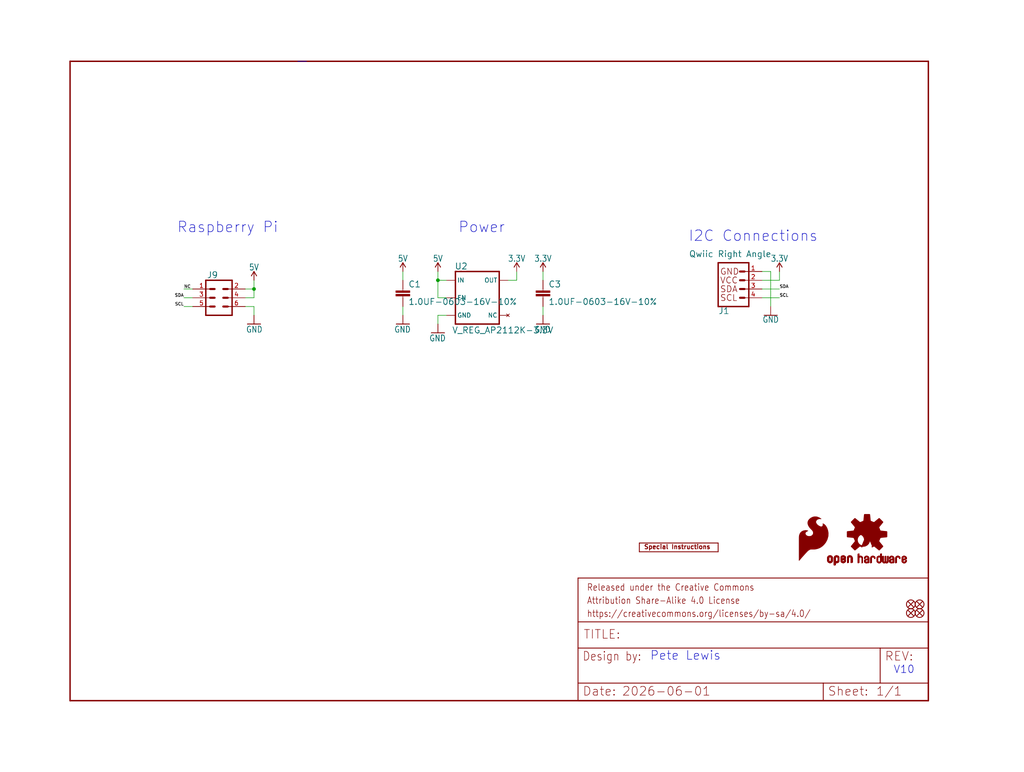
<source format=kicad_sch>
(kicad_sch (version 20230121) (generator eeschema)
  (paper "User" 297.002 223.926)
  (lib_symbols
    (symbol "working-eagle-import:1.0UF-0603-16V-10%"
      (property "Reference" "C" (at 1.524 2.921 0))
      (symbol "1.0UF-0603-16V-10%_1_0"
        (pin passive line (at 0 5.08 270) (length 2.54) (name "1") (number "1"))
        (pin passive line (at 0 -2.54 90) (length 2.54) (name "2") (number "2"))
      )
    )
    (symbol "working-eagle-import:3.3V" (power)
      (property "Value" "3.3V" (at 0 2.794 0))
      (symbol "3.3V_1_0"
        (pin power_in line (at 0 0 90) (length 2.54) (name "3.3V") (number "1"))
      )
    )
    (symbol "working-eagle-import:5V" (power)
      (property "Value" "5V" (at 0 2.794 0))
      (symbol "5V_1_0"
        (pin power_in line (at 0 0 90) (length 2.54) (name "5V") (number "1"))
      )
    )
    (symbol "working-eagle-import:FIDUCIALUFIDUCIAL")
    (symbol "working-eagle-import:FRAME-LETTER"
      (symbol "FRAME-LETTER_2_0"
        (text "${#}/${##}" (at 86.36 1.27 0) (effects (font (size 2.54 2.54)) (justify left bottom)))
        (text "${CURRENT_DATE}" (at 12.7 1.27 0) (effects (font (size 2.54 2.54)) (justify left bottom)))
        (text "${PROJECTNAME}" (at 15.494 17.78 0) (effects (font (size 2.7432 2.7432)) (justify left bottom)))
        (text "Attribution Share-Alike 4.0 License" (at 2.54 27.94 0) (effects (font (size 1.9304 1.6408)) (justify left bottom)))
        (text "Date:" (at 1.27 1.27 0) (effects (font (size 2.54 2.54)) (justify left bottom)))
        (text "Design by:" (at 1.27 11.43 0) (effects (font (size 2.54 2.159)) (justify left bottom)))
        (text "https://creativecommons.org/licenses/by-sa/4.0/" (at 2.54 24.13 0) (effects (font (size 1.9304 1.6408)) (justify left bottom)))
        (text "Released under the Creative Commons" (at 2.54 31.75 0) (effects (font (size 1.9304 1.6408)) (justify left bottom)))
        (text "REV:" (at 88.9 11.43 0) (effects (font (size 2.54 2.54)) (justify left bottom)))
        (text "Sheet:" (at 72.39 1.27 0) (effects (font (size 2.54 2.54)) (justify left bottom)))
        (text "TITLE:" (at 1.524 17.78 0) (effects (font (size 2.54 2.54)) (justify left bottom)))
      )
    )
    (symbol "working-eagle-import:GND" (power)
      (property "Value" "GND" (at -2.54 -2.54 0))
      (symbol "GND_1_0"
        (pin power_in line (at 0 2.54 270) (length 2.54) (name "GND") (number "1"))
      )
    )
    (symbol "working-eagle-import:I2C_STANDARDQWIIC"
      (property "Reference" "J" (at -5.08 7.874 0))
      (symbol "I2C_STANDARDQWIIC_1_0"
        (text "GND" (at -4.572 -2.54 0) (effects (font (size 1.778 1.778)) (justify left)))
        (text "SCL" (at -4.572 5.08 0) (effects (font (size 1.778 1.778)) (justify left)))
        (text "SDA" (at -4.572 2.54 0) (effects (font (size 1.778 1.778)) (justify left)))
        (text "VCC" (at -4.572 0 0) (effects (font (size 1.778 1.778)) (justify left)))
        (pin power_in line (at 7.62 -2.54 180) (length 5.08) (name "1") (number "1"))
        (pin power_in line (at 7.62 0 180) (length 5.08) (name "2") (number "2"))
        (pin passive line (at 7.62 2.54 180) (length 5.08) (name "3") (number "3"))
        (pin passive line (at 7.62 5.08 180) (length 5.08) (name "4") (number "4"))
      )
    )
    (symbol "working-eagle-import:OSHW-LOGOMINI")
    (symbol "working-eagle-import:SFE_LOGO_FLAME.1_INCH")
    (symbol "working-eagle-import:SPARKFUN-CONNECTORS_CONN_03X2SINGLE_SLOT-4MILS"
      (property "Reference" "J" (at -3.556 5.588 0))
      (symbol "SPARKFUN-CONNECTORS_CONN_03X2SINGLE_SLOT-4MILS_1_0"
        (pin bidirectional line (at -7.62 2.54 0) (length 5.08) (name "1") (number "1"))
        (pin bidirectional line (at 7.62 2.54 180) (length 5.08) (name "2") (number "2"))
        (pin bidirectional line (at -7.62 0 0) (length 5.08) (name "3") (number "3"))
        (pin bidirectional line (at 7.62 0 180) (length 5.08) (name "4") (number "4"))
        (pin bidirectional line (at -7.62 -2.54 0) (length 5.08) (name "5") (number "5"))
        (pin bidirectional line (at 7.62 -2.54 180) (length 5.08) (name "6") (number "6"))
      )
    )
    (symbol "working-eagle-import:SPECIAL_INSTRUCTIONS-ORDERING"
      (symbol "SPECIAL_INSTRUCTIONS-ORDERING_1_0"
        (text "Special Instructions" (at 1.27 0.6985 0) (effects (font (size 1.27 1.27) (thickness 0.254) bold) (justify left bottom)))
      )
    )
    (symbol "working-eagle-import:SparkFun-PowerSymbols_GND" (power)
      (property "Value" "SparkFun-PowerSymbols_GND" (at 0 -0.254 0))
      (symbol "SparkFun-PowerSymbols_GND_1_0"
        (pin power_in line (at 0 2.54 270) (length 2.54) (name "GND") (number "1"))
      )
    )
    (symbol "working-eagle-import:V_REG_AP2112K-3.3V"
      (property "Reference" "U" (at -7.62 7.874 0))
      (symbol "V_REG_AP2112K-3.3V_1_0"
        (pin input line (at -10.16 5.08 0) (length 2.54) (name "IN") (number "1"))
        (pin input line (at -10.16 -5.08 0) (length 2.54) (name "GND") (number "2"))
        (pin input line (at -10.16 0 0) (length 2.54) (name "EN") (number "3"))
        (pin no_connect line (at 7.62 -5.08 180) (length 2.54) (name "NC") (number "4"))
        (pin passive line (at 7.62 5.08 180) (length 2.54) (name "OUT") (number "5"))
      )
    )
  )
  (junction (at 73.66 83.82))
  (junction (at 127 81.28))
  (wire (pts (xy 127 86.36) (xy 127 81.28)) (stroke (width 0.1524)))
  (wire (pts (xy 220.98 86.36) (xy 226.06 86.36)) (stroke (width 0.1524)))
  (wire (pts (xy 71.12 88.9) (xy 73.66 88.9)) (stroke (width 0.1524)))
  (wire (pts (xy 116.84 91.44) (xy 116.84 88.9)) (stroke (width 0.1524)))
  (wire (pts (xy 157.48 88.9) (xy 157.48 91.44)) (stroke (width 0.1524)))
  (wire (pts (xy 73.66 86.36) (xy 73.66 83.82)) (stroke (width 0.1524)))
  (wire (pts (xy 55.88 83.82) (xy 53.34 83.82)) (stroke (width 0.1524)))
  (wire (pts (xy 55.88 86.36) (xy 53.34 86.36)) (stroke (width 0.1524)))
  (wire (pts (xy 220.98 81.28) (xy 226.06 81.28)) (stroke (width 0.1524)))
  (wire (pts (xy 220.98 78.74) (xy 223.52 78.74)) (stroke (width 0.1524)))
  (wire (pts (xy 71.12 86.36) (xy 73.66 86.36)) (stroke (width 0.1524)))
  (polyline (pts (xy 88.9 17.78) (xy 86.36 17.78)) (stroke (width 0.1524) (type solid)))
  (wire (pts (xy 127 81.28) (xy 127 78.74)) (stroke (width 0.1524)))
  (wire (pts (xy 55.88 88.9) (xy 53.34 88.9)) (stroke (width 0.1524)))
  (wire (pts (xy 157.48 81.28) (xy 157.48 78.74)) (stroke (width 0.1524)))
  (wire (pts (xy 223.52 78.74) (xy 223.52 88.9)) (stroke (width 0.1524)))
  (wire (pts (xy 73.66 88.9) (xy 73.66 91.44)) (stroke (width 0.1524)))
  (wire (pts (xy 129.54 86.36) (xy 127 86.36)) (stroke (width 0.1524)))
  (wire (pts (xy 129.54 91.44) (xy 127 91.44)) (stroke (width 0.1524)))
  (wire (pts (xy 73.66 83.82) (xy 73.66 81.28)) (stroke (width 0.1524)))
  (wire (pts (xy 127 91.44) (xy 127 93.98)) (stroke (width 0.1524)))
  (wire (pts (xy 116.84 81.28) (xy 116.84 78.74)) (stroke (width 0.1524)))
  (wire (pts (xy 149.86 81.28) (xy 149.86 78.74)) (stroke (width 0.1524)))
  (wire (pts (xy 71.12 83.82) (xy 73.66 83.82)) (stroke (width 0.1524)))
  (wire (pts (xy 147.32 81.28) (xy 149.86 81.28)) (stroke (width 0.1524)))
  (wire (pts (xy 220.98 83.82) (xy 226.06 83.82)) (stroke (width 0.1524)))
  (wire (pts (xy 129.54 81.28) (xy 127 81.28)) (stroke (width 0.1524)))
  (wire (pts (xy 226.06 81.28) (xy 226.06 78.74)) (stroke (width 0.1524)))
  (text "Pete Lewis" (at 188.468 191.77 0) (effects (font (size 2.54 2.54)) (justify left bottom)))
  (text "Raspberry Pi" (at 66.04 66.04 0) (effects (font (size 3.048 3.048))))
  (text "V10" (at 259.08 195.58 0) (effects (font (size 2.1844 2.1844)) (justify left bottom)))
  (text "Power" (at 139.7 66.04 0) (effects (font (size 3.048 3.048))))
  (text "I2C Connections" (at 218.44 68.58 0) (effects (font (size 3.048 3.048))))
  (label "SCL" (at 53.34 88.9 180) (effects (font (size 0.889 0.889))))
  (label "SCL" (at 226.06 86.36 0) (effects (font (size 0.889 0.889))))
  (label "NC" (at 53.34 83.82 0) (effects (font (size 0.889 0.889))))
  (label "SDA" (at 53.34 86.36 180) (effects (font (size 0.889 0.889))))
  (label "SDA" (at 226.06 83.82 0) (effects (font (size 0.889 0.889))))
  (symbol (lib_id "working-eagle-import:SparkFun-PowerSymbols_GND") (at 223.52 91.44 0) (unit 1)
    (property "Reference" "#GND2" (effects hide))
    (property "Value" "GND" (at 223.52 91.694 0) (effects (font (size 1.778 1.5113)) (justify top)))
  )
  (symbol (lib_id "working-eagle-import:SFE_LOGO_FLAME.1_INCH") (at 231.394 163.068 0) (unit 1)
    (property "Reference" "U$1" (effects hide))
    (property "Value" "SFE_LOGO_FLAME.1_INCH" (effects hide))
    (property "Footprint" "working:SFE_LOGO_FLAME_.1" (effects hide))
  )
  (symbol (lib_id "working-eagle-import:V_REG_AP2112K-3.3V") (at 139.7 86.36 0) (unit 1)
    (property "Reference" "U2" (at 131.826 78.232 0) (effects (font (size 1.778 1.778)) (justify left bottom)))
    (property "Value" "V_REG_AP2112K-3.3V" (at 131.064 96.774 0) (effects (font (size 1.778 1.778)) (justify left bottom)))
    (property "Footprint" "working:SOT23-5" (effects hide))
  )
  (symbol (lib_id "working-eagle-import:SPECIAL_INSTRUCTIONS-ORDERING") (at 185.42 160.02 0) (unit 1)
    (property "Reference" "U$4" (effects hide))
    (property "Value" "SPECIAL_INSTRUCTIONS-ORDERING" (effects hide))
    (property "Footprint" "working:ORDERING_INSTRUCTIONS" (effects hide))
  )
  (symbol (lib_id "working-eagle-import:1.0UF-0603-16V-10%") (at 116.84 86.36 0) (unit 1)
    (property "Reference" "C1" (at 118.364 83.439 0) (effects (font (size 1.778 1.778)) (justify left bottom)))
    (property "Value" "1.0UF-0603-16V-10%" (at 118.364 88.519 0) (effects (font (size 1.778 1.778)) (justify left bottom)))
    (property "Footprint" "working:0603" (effects hide))
  )
  (symbol (lib_id "working-eagle-import:FRAME-LETTER") (at 20.32 203.2 0) (unit 1)
    (property "Reference" "FRAME1" (effects hide))
    (property "Value" "FRAME-LETTER" (effects hide))
    (property "Footprint" "working:CREATIVE_COMMONS" (effects hide))
  )
  (symbol (lib_id "working-eagle-import:5V") (at 116.84 78.74 0) (unit 1)
    (property "Reference" "#SUPPLY4" (effects hide))
    (property "Value" "5V" (at 116.84 75.946 0) (effects (font (size 1.778 1.5113)) (justify bottom)))
  )
  (symbol (lib_id "working-eagle-import:FIDUCIALUFIDUCIAL") (at 264.16 175.26 0) (unit 1)
    (property "Reference" "FD1" (effects hide))
    (property "Value" "FIDUCIALUFIDUCIAL" (effects hide))
    (property "Footprint" "working:FIDUCIAL-MICRO" (effects hide))
  )
  (symbol (lib_id "working-eagle-import:GND") (at 157.48 93.98 0) (unit 1)
    (property "Reference" "#GND5" (effects hide))
    (property "Value" "GND" (at 154.94 96.52 0) (effects (font (size 1.778 1.5113)) (justify left bottom)))
  )
  (symbol (lib_id "working-eagle-import:OSHW-LOGOMINI") (at 251.46 154.94 0) (unit 1)
    (property "Reference" "LOGO1" (effects hide))
    (property "Value" "OSHW-LOGOMINI" (effects hide))
    (property "Footprint" "working:OSHW-LOGO-MINI" (effects hide))
  )
  (symbol (lib_id "working-eagle-import:5V") (at 127 78.74 0) (unit 1)
    (property "Reference" "#SUPPLY1" (effects hide))
    (property "Value" "5V" (at 127 75.946 0) (effects (font (size 1.778 1.5113)) (justify bottom)))
  )
  (symbol (lib_id "working-eagle-import:GND") (at 73.66 93.98 0) (mirror y) (unit 1)
    (property "Reference" "#GND1" (effects hide))
    (property "Value" "GND" (at 76.2 96.52 0) (effects (font (size 1.778 1.5113)) (justify left bottom)))
  )
  (symbol (lib_id "working-eagle-import:FIDUCIALUFIDUCIAL") (at 264.16 177.8 0) (unit 1)
    (property "Reference" "FD2" (effects hide))
    (property "Value" "FIDUCIALUFIDUCIAL" (effects hide))
    (property "Footprint" "working:FIDUCIAL-MICRO" (effects hide))
  )
  (symbol (lib_id "working-eagle-import:3.3V") (at 149.86 78.74 0) (unit 1)
    (property "Reference" "#SUPPLY2" (effects hide))
    (property "Value" "3.3V" (at 149.86 75.946 0) (effects (font (size 1.778 1.5113)) (justify bottom)))
  )
  (symbol (lib_id "working-eagle-import:SPARKFUN-CONNECTORS_CONN_03X2SINGLE_SLOT-4MILS") (at 63.5 86.36 0) (unit 1)
    (property "Reference" "J9" (at 59.944 80.772 0) (effects (font (size 1.778 1.778)) (justify left bottom)))
    (property "Value" "SPARKFUN-CONNECTORS_CONN_03X2SINGLE_SLOT-4MILS" (effects hide))
    (property "Footprint" "working:SPARKFUN-CONNECTORS_2X3-NS_PISHIM_LOCKING_SLOTS-4MILS" (effects hide))
  )
  (symbol (lib_id "working-eagle-import:FRAME-LETTER") (at 167.64 203.2 0) (unit 2)
    (property "Reference" "FRAME1" (effects hide))
    (property "Value" "FRAME-LETTER" (effects hide))
    (property "Footprint" "working:CREATIVE_COMMONS" (effects hide))
  )
  (symbol (lib_id "working-eagle-import:3.3V") (at 157.48 78.74 0) (unit 1)
    (property "Reference" "#SUPPLY3" (effects hide))
    (property "Value" "3.3V" (at 157.48 75.946 0) (effects (font (size 1.778 1.5113)) (justify bottom)))
  )
  (symbol (lib_id "working-eagle-import:FIDUCIALUFIDUCIAL") (at 266.7 175.26 0) (unit 1)
    (property "Reference" "FD3" (effects hide))
    (property "Value" "FIDUCIALUFIDUCIAL" (effects hide))
    (property "Footprint" "working:FIDUCIAL-MICRO" (effects hide))
  )
  (symbol (lib_id "working-eagle-import:GND") (at 116.84 93.98 0) (unit 1)
    (property "Reference" "#GND3" (effects hide))
    (property "Value" "GND" (at 114.3 96.52 0) (effects (font (size 1.778 1.5113)) (justify left bottom)))
  )
  (symbol (lib_id "working-eagle-import:GND") (at 127 96.52 0) (unit 1)
    (property "Reference" "#GND4" (effects hide))
    (property "Value" "GND" (at 124.46 99.06 0) (effects (font (size 1.778 1.5113)) (justify left bottom)))
  )
  (symbol (lib_id "working-eagle-import:5V") (at 73.66 81.28 0) (mirror y) (unit 1)
    (property "Reference" "#SUPPLY6" (effects hide))
    (property "Value" "5V" (at 73.66 78.486 0) (effects (font (size 1.778 1.5113)) (justify bottom)))
  )
  (symbol (lib_id "working-eagle-import:3.3V") (at 226.06 78.74 0) (unit 1)
    (property "Reference" "#SUPPLY5" (effects hide))
    (property "Value" "3.3V" (at 226.06 75.946 0) (effects (font (size 1.778 1.5113)) (justify bottom)))
  )
  (symbol (lib_id "working-eagle-import:1.0UF-0603-16V-10%") (at 157.48 86.36 0) (unit 1)
    (property "Reference" "C3" (at 159.004 83.439 0) (effects (font (size 1.778 1.778)) (justify left bottom)))
    (property "Value" "1.0UF-0603-16V-10%" (at 159.004 88.519 0) (effects (font (size 1.778 1.778)) (justify left bottom)))
    (property "Footprint" "working:0603" (effects hide))
  )
  (symbol (lib_id "working-eagle-import:I2C_STANDARDQWIIC") (at 213.36 81.28 0) (mirror x) (unit 1)
    (property "Reference" "J1" (at 208.28 89.154 0) (effects (font (size 1.778 1.778)) (justify left bottom)))
    (property "Value" "Qwiic Right Angle" (at 223.774 72.644 0) (effects (font (size 1.778 1.778)) (justify right bottom)))
    (property "Footprint" "working:1X04_1MM_RA" (effects hide))
  )
  (symbol (lib_id "working-eagle-import:FIDUCIALUFIDUCIAL") (at 266.7 177.8 0) (unit 1)
    (property "Reference" "FD4" (effects hide))
    (property "Value" "FIDUCIALUFIDUCIAL" (effects hide))
    (property "Footprint" "working:FIDUCIAL-MICRO" (effects hide))
  )
)
</source>
